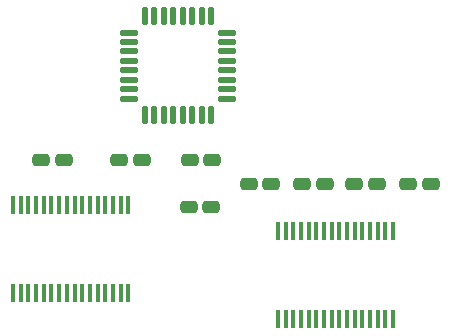
<source format=gtp>
%TF.GenerationSoftware,KiCad,Pcbnew,9.0.7*%
%TF.CreationDate,2026-02-05T23:33:27-06:00*%
%TF.ProjectId,dac_amp,6461635f-616d-4702-9e6b-696361645f70,rev?*%
%TF.SameCoordinates,Original*%
%TF.FileFunction,Paste,Top*%
%TF.FilePolarity,Positive*%
%FSLAX46Y46*%
G04 Gerber Fmt 4.6, Leading zero omitted, Abs format (unit mm)*
G04 Created by KiCad (PCBNEW 9.0.7) date 2026-02-05 23:33:27*
%MOMM*%
%LPD*%
G01*
G04 APERTURE LIST*
G04 Aperture macros list*
%AMRoundRect*
0 Rectangle with rounded corners*
0 $1 Rounding radius*
0 $2 $3 $4 $5 $6 $7 $8 $9 X,Y pos of 4 corners*
0 Add a 4 corners polygon primitive as box body*
4,1,4,$2,$3,$4,$5,$6,$7,$8,$9,$2,$3,0*
0 Add four circle primitives for the rounded corners*
1,1,$1+$1,$2,$3*
1,1,$1+$1,$4,$5*
1,1,$1+$1,$6,$7*
1,1,$1+$1,$8,$9*
0 Add four rect primitives between the rounded corners*
20,1,$1+$1,$2,$3,$4,$5,0*
20,1,$1+$1,$4,$5,$6,$7,0*
20,1,$1+$1,$6,$7,$8,$9,0*
20,1,$1+$1,$8,$9,$2,$3,0*%
G04 Aperture macros list end*
%ADD10RoundRect,0.137500X-0.137500X0.600000X-0.137500X-0.600000X0.137500X-0.600000X0.137500X0.600000X0*%
%ADD11RoundRect,0.137500X-0.600000X0.137500X-0.600000X-0.137500X0.600000X-0.137500X0.600000X0.137500X0*%
%ADD12RoundRect,0.100000X-0.100000X0.687500X-0.100000X-0.687500X0.100000X-0.687500X0.100000X0.687500X0*%
%ADD13RoundRect,0.250000X-0.475000X0.250000X-0.475000X-0.250000X0.475000X-0.250000X0.475000X0.250000X0*%
%ADD14RoundRect,0.250000X0.475000X-0.250000X0.475000X0.250000X-0.475000X0.250000X-0.475000X-0.250000X0*%
G04 APERTURE END LIST*
D10*
%TO.C,U1*%
X129887500Y-44837500D03*
X129087500Y-44837500D03*
X128287500Y-44837500D03*
X127487500Y-44837500D03*
X126687500Y-44837500D03*
X125887500Y-44837500D03*
X125087500Y-44837500D03*
X124287500Y-44837500D03*
D11*
X122925000Y-46200000D03*
X122925000Y-47000000D03*
X122925000Y-47800000D03*
X122925000Y-48600000D03*
X122925000Y-49400000D03*
X122925000Y-50200000D03*
X122925000Y-51000000D03*
X122925000Y-51800000D03*
D10*
X124287500Y-53162500D03*
X125087500Y-53162500D03*
X125887500Y-53162500D03*
X126687500Y-53162500D03*
X127487500Y-53162500D03*
X128287500Y-53162500D03*
X129087500Y-53162500D03*
X129887500Y-53162500D03*
D11*
X131250000Y-51800000D03*
X131250000Y-51000000D03*
X131250000Y-50200000D03*
X131250000Y-49400000D03*
X131250000Y-48600000D03*
X131250000Y-47800000D03*
X131250000Y-47000000D03*
X131250000Y-46200000D03*
%TD*%
D12*
%TO.C,U3*%
X122875000Y-60787500D03*
X122225000Y-60787500D03*
X121575000Y-60787500D03*
X120925000Y-60787500D03*
X120275000Y-60787500D03*
X119625000Y-60787500D03*
X118975000Y-60787500D03*
X118325000Y-60787500D03*
X117675000Y-60787500D03*
X117025000Y-60787500D03*
X116375000Y-60787500D03*
X115725000Y-60787500D03*
X115075000Y-60787500D03*
X114425000Y-60787500D03*
X113775000Y-60787500D03*
X113125000Y-60787500D03*
X113125000Y-68212500D03*
X113775000Y-68212500D03*
X114425000Y-68212500D03*
X115075000Y-68212500D03*
X115725000Y-68212500D03*
X116375000Y-68212500D03*
X117025000Y-68212500D03*
X117675000Y-68212500D03*
X118325000Y-68212500D03*
X118975000Y-68212500D03*
X119625000Y-68212500D03*
X120275000Y-68212500D03*
X120925000Y-68212500D03*
X121575000Y-68212500D03*
X122225000Y-68212500D03*
X122875000Y-68212500D03*
%TD*%
%TO.C,U4*%
X145300000Y-63000000D03*
X144650000Y-63000000D03*
X144000000Y-63000000D03*
X143350000Y-63000000D03*
X142700000Y-63000000D03*
X142050000Y-63000000D03*
X141400000Y-63000000D03*
X140750000Y-63000000D03*
X140100000Y-63000000D03*
X139450000Y-63000000D03*
X138800000Y-63000000D03*
X138150000Y-63000000D03*
X137500000Y-63000000D03*
X136850000Y-63000000D03*
X136200000Y-63000000D03*
X135550000Y-63000000D03*
X135550000Y-70425000D03*
X136200000Y-70425000D03*
X136850000Y-70425000D03*
X137500000Y-70425000D03*
X138150000Y-70425000D03*
X138800000Y-70425000D03*
X139450000Y-70425000D03*
X140100000Y-70425000D03*
X140750000Y-70425000D03*
X141400000Y-70425000D03*
X142050000Y-70425000D03*
X142700000Y-70425000D03*
X143350000Y-70425000D03*
X144000000Y-70425000D03*
X144650000Y-70425000D03*
X145300000Y-70425000D03*
%TD*%
D13*
%TO.C,C27*%
X146600000Y-59000000D03*
X148500000Y-59000000D03*
%TD*%
%TO.C,C28*%
X142000000Y-59000000D03*
X143900000Y-59000000D03*
%TD*%
D14*
%TO.C,C25*%
X117400000Y-57000000D03*
X115500000Y-57000000D03*
%TD*%
D13*
%TO.C,C30*%
X133100000Y-59000000D03*
X135000000Y-59000000D03*
%TD*%
%TO.C,C29*%
X137600000Y-59000000D03*
X139500000Y-59000000D03*
%TD*%
D14*
%TO.C,C23*%
X130000000Y-57000000D03*
X128100000Y-57000000D03*
%TD*%
%TO.C,C26*%
X129900000Y-61000000D03*
X128000000Y-61000000D03*
%TD*%
%TO.C,C24*%
X124000000Y-57000000D03*
X122100000Y-57000000D03*
%TD*%
M02*

</source>
